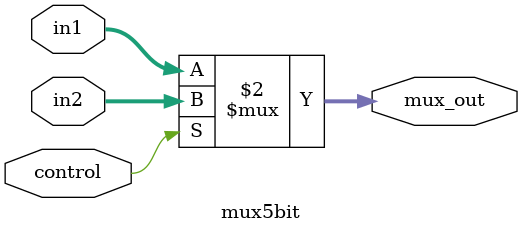
<source format=v>
`timescale 1ns / 1ps
module mux5bit(output [4:0] mux_out, 
					input [4:0] in1, in2, 
					input control);

assign mux_out = (control == 0) ? in1 : in2;

endmodule

</source>
